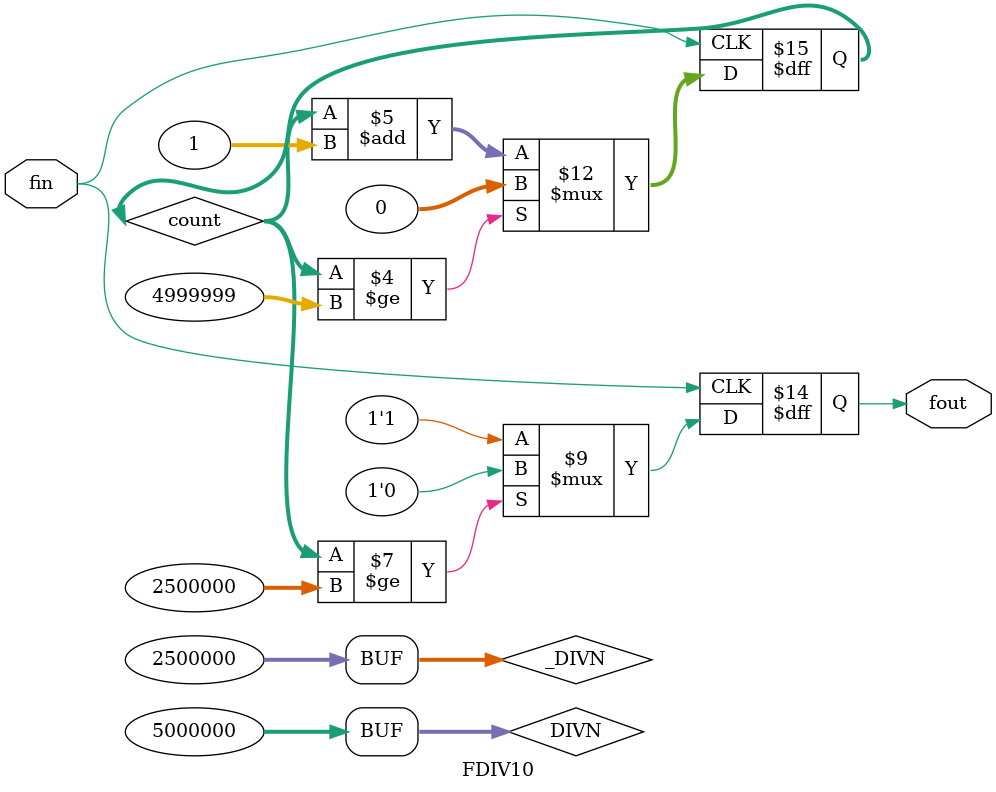
<source format=v>
module FDIV10(fin,fout);
	input fin;
	output fout;
	wire [31:0] _DIVN,DIVN;
	reg [31:0] count;
	reg fout;
	
	assign DIVN=32'd5000000;	
	assign _DIVN = DIVN >>1;
	
	always @(posedge fin)
		if(count>=DIVN-32'd1) 
			count=0;
		else
			count = count +32'd1;
	always @ (negedge fin)
         if(count>=_DIVN)
				fout=1'd0;
			else
				fout=1'd1;
endmodule 
</source>
